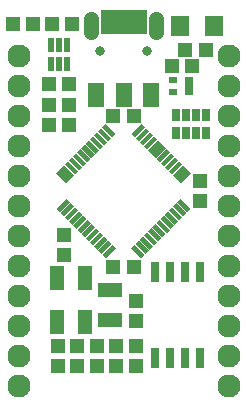
<source format=gbs>
G75*
G70*
%OFA0B0*%
%FSLAX24Y24*%
%IPPOS*%
%LPD*%
%AMOC8*
5,1,8,0,0,1.08239X$1,22.5*
%
%ADD10R,0.0513X0.0828*%
%ADD11R,0.0474X0.0513*%
%ADD12C,0.0316*%
%ADD13C,0.0513*%
%ADD14R,0.0159X0.0474*%
%ADD15R,0.0474X0.0159*%
%ADD16R,0.0513X0.0474*%
%ADD17R,0.0300X0.0670*%
%ADD18R,0.0198X0.0470*%
%ADD19R,0.0828X0.0513*%
%ADD20R,0.0580X0.0830*%
%ADD21R,0.1580X0.0830*%
%ADD22R,0.0316X0.0395*%
%ADD23R,0.0277X0.0395*%
%ADD24R,0.0631X0.0710*%
%ADD25C,0.0770*%
%ADD26R,0.0257X0.0198*%
D10*
X003040Y003877D03*
X003946Y003877D03*
X003946Y005333D03*
X003040Y005333D03*
D11*
X003243Y006120D03*
X003243Y006790D03*
X003427Y010455D03*
X003427Y011105D03*
X002758Y011105D03*
X002758Y010455D03*
X002858Y013805D03*
X002227Y013805D03*
X001558Y013805D03*
X003527Y013805D03*
X007793Y008590D03*
X007793Y007920D03*
X005643Y003090D03*
X005643Y002420D03*
X004993Y002420D03*
X004993Y003090D03*
X004343Y003090D03*
X004343Y002420D03*
X003693Y002420D03*
X003693Y003090D03*
X003043Y003090D03*
X003043Y002420D03*
D12*
X004475Y012928D03*
X006011Y012928D03*
D13*
X006335Y013538D02*
X006335Y013972D01*
X004150Y013972D02*
X004150Y013538D01*
D14*
G36*
X005841Y010496D02*
X005953Y010384D01*
X005619Y010050D01*
X005507Y010162D01*
X005841Y010496D01*
G37*
G36*
X005980Y010357D02*
X006092Y010245D01*
X005758Y009911D01*
X005646Y010023D01*
X005980Y010357D01*
G37*
G36*
X006119Y010218D02*
X006231Y010106D01*
X005897Y009772D01*
X005785Y009884D01*
X006119Y010218D01*
G37*
G36*
X006259Y010079D02*
X006371Y009967D01*
X006037Y009633D01*
X005925Y009745D01*
X006259Y010079D01*
G37*
G36*
X006398Y009940D02*
X006510Y009828D01*
X006176Y009494D01*
X006064Y009606D01*
X006398Y009940D01*
G37*
G36*
X006537Y009800D02*
X006649Y009688D01*
X006315Y009354D01*
X006203Y009466D01*
X006537Y009800D01*
G37*
G36*
X006676Y009661D02*
X006788Y009549D01*
X006454Y009215D01*
X006342Y009327D01*
X006676Y009661D01*
G37*
G36*
X006815Y009522D02*
X006927Y009410D01*
X006593Y009076D01*
X006481Y009188D01*
X006815Y009522D01*
G37*
G36*
X006955Y009383D02*
X007067Y009271D01*
X006733Y008937D01*
X006621Y009049D01*
X006955Y009383D01*
G37*
G36*
X007094Y009244D02*
X007206Y009132D01*
X006872Y008798D01*
X006760Y008910D01*
X007094Y009244D01*
G37*
G36*
X007233Y009104D02*
X007345Y008992D01*
X007011Y008658D01*
X006899Y008770D01*
X007233Y009104D01*
G37*
G36*
X007372Y008965D02*
X007484Y008853D01*
X007150Y008519D01*
X007038Y008631D01*
X007372Y008965D01*
G37*
G36*
X004867Y006460D02*
X004979Y006348D01*
X004645Y006014D01*
X004533Y006126D01*
X004867Y006460D01*
G37*
G36*
X004727Y006599D02*
X004839Y006487D01*
X004505Y006153D01*
X004393Y006265D01*
X004727Y006599D01*
G37*
G36*
X004588Y006738D02*
X004700Y006626D01*
X004366Y006292D01*
X004254Y006404D01*
X004588Y006738D01*
G37*
G36*
X004449Y006877D02*
X004561Y006765D01*
X004227Y006431D01*
X004115Y006543D01*
X004449Y006877D01*
G37*
G36*
X004310Y007016D02*
X004422Y006904D01*
X004088Y006570D01*
X003976Y006682D01*
X004310Y007016D01*
G37*
G36*
X004171Y007156D02*
X004283Y007044D01*
X003949Y006710D01*
X003837Y006822D01*
X004171Y007156D01*
G37*
G36*
X004031Y007295D02*
X004143Y007183D01*
X003809Y006849D01*
X003697Y006961D01*
X004031Y007295D01*
G37*
G36*
X003892Y007434D02*
X004004Y007322D01*
X003670Y006988D01*
X003558Y007100D01*
X003892Y007434D01*
G37*
G36*
X003753Y007573D02*
X003865Y007461D01*
X003531Y007127D01*
X003419Y007239D01*
X003753Y007573D01*
G37*
G36*
X003614Y007712D02*
X003726Y007600D01*
X003392Y007266D01*
X003280Y007378D01*
X003614Y007712D01*
G37*
G36*
X003475Y007852D02*
X003587Y007740D01*
X003253Y007406D01*
X003141Y007518D01*
X003475Y007852D01*
G37*
G36*
X003335Y007991D02*
X003447Y007879D01*
X003113Y007545D01*
X003001Y007657D01*
X003335Y007991D01*
G37*
D15*
G36*
X003113Y008965D02*
X003447Y008631D01*
X003335Y008519D01*
X003001Y008853D01*
X003113Y008965D01*
G37*
G36*
X003253Y009104D02*
X003587Y008770D01*
X003475Y008658D01*
X003141Y008992D01*
X003253Y009104D01*
G37*
G36*
X003392Y009244D02*
X003726Y008910D01*
X003614Y008798D01*
X003280Y009132D01*
X003392Y009244D01*
G37*
G36*
X003531Y009383D02*
X003865Y009049D01*
X003753Y008937D01*
X003419Y009271D01*
X003531Y009383D01*
G37*
G36*
X003670Y009522D02*
X004004Y009188D01*
X003892Y009076D01*
X003558Y009410D01*
X003670Y009522D01*
G37*
G36*
X003809Y009661D02*
X004143Y009327D01*
X004031Y009215D01*
X003697Y009549D01*
X003809Y009661D01*
G37*
G36*
X003949Y009800D02*
X004283Y009466D01*
X004171Y009354D01*
X003837Y009688D01*
X003949Y009800D01*
G37*
G36*
X004088Y009940D02*
X004422Y009606D01*
X004310Y009494D01*
X003976Y009828D01*
X004088Y009940D01*
G37*
G36*
X004227Y010079D02*
X004561Y009745D01*
X004449Y009633D01*
X004115Y009967D01*
X004227Y010079D01*
G37*
G36*
X004366Y010218D02*
X004700Y009884D01*
X004588Y009772D01*
X004254Y010106D01*
X004366Y010218D01*
G37*
G36*
X004505Y010357D02*
X004839Y010023D01*
X004727Y009911D01*
X004393Y010245D01*
X004505Y010357D01*
G37*
G36*
X004645Y010496D02*
X004979Y010162D01*
X004867Y010050D01*
X004533Y010384D01*
X004645Y010496D01*
G37*
G36*
X006593Y007434D02*
X006927Y007100D01*
X006815Y006988D01*
X006481Y007322D01*
X006593Y007434D01*
G37*
G36*
X006454Y007295D02*
X006788Y006961D01*
X006676Y006849D01*
X006342Y007183D01*
X006454Y007295D01*
G37*
G36*
X006315Y007156D02*
X006649Y006822D01*
X006537Y006710D01*
X006203Y007044D01*
X006315Y007156D01*
G37*
G36*
X006176Y007016D02*
X006510Y006682D01*
X006398Y006570D01*
X006064Y006904D01*
X006176Y007016D01*
G37*
G36*
X006037Y006877D02*
X006371Y006543D01*
X006259Y006431D01*
X005925Y006765D01*
X006037Y006877D01*
G37*
G36*
X005897Y006738D02*
X006231Y006404D01*
X006119Y006292D01*
X005785Y006626D01*
X005897Y006738D01*
G37*
G36*
X005758Y006599D02*
X006092Y006265D01*
X005980Y006153D01*
X005646Y006487D01*
X005758Y006599D01*
G37*
G36*
X005619Y006460D02*
X005953Y006126D01*
X005841Y006014D01*
X005507Y006348D01*
X005619Y006460D01*
G37*
G36*
X006733Y007573D02*
X007067Y007239D01*
X006955Y007127D01*
X006621Y007461D01*
X006733Y007573D01*
G37*
G36*
X006872Y007712D02*
X007206Y007378D01*
X007094Y007266D01*
X006760Y007600D01*
X006872Y007712D01*
G37*
G36*
X007011Y007852D02*
X007345Y007518D01*
X007233Y007406D01*
X006899Y007740D01*
X007011Y007852D01*
G37*
G36*
X007150Y007991D02*
X007484Y007657D01*
X007372Y007545D01*
X007038Y007879D01*
X007150Y007991D01*
G37*
D16*
X005577Y005705D03*
X004908Y005705D03*
X005643Y004590D03*
X005643Y003920D03*
X005577Y010735D03*
X004908Y010735D03*
X003427Y011805D03*
X002758Y011805D03*
X006858Y012425D03*
X007308Y012955D03*
X007527Y012425D03*
X007977Y012955D03*
D17*
X007793Y005545D03*
X007293Y005545D03*
X006793Y005545D03*
X006293Y005545D03*
X006293Y002665D03*
X006793Y002665D03*
X007293Y002665D03*
X007793Y002665D03*
D18*
X003349Y012490D03*
X003093Y012490D03*
X002837Y012490D03*
X002837Y013124D03*
X003093Y013124D03*
X003349Y013124D03*
D19*
X004793Y004947D03*
X004793Y003963D03*
D20*
X005243Y011435D03*
X006153Y011435D03*
X004333Y011435D03*
D21*
X005243Y013875D03*
D22*
X006991Y010780D03*
X006991Y010190D03*
X007995Y010190D03*
X007995Y010780D03*
D23*
X007650Y010780D03*
X007335Y010780D03*
X007335Y010190D03*
X007650Y010190D03*
D24*
X007142Y013755D03*
X008244Y013755D03*
D25*
X001743Y001755D03*
X001743Y002755D03*
X001743Y003755D03*
X001743Y004755D03*
X001743Y005755D03*
X001743Y006755D03*
X001743Y007755D03*
X001743Y008755D03*
X001743Y009755D03*
X001743Y010755D03*
X001743Y011755D03*
X001743Y012755D03*
X008743Y012755D03*
X008743Y011755D03*
X008743Y010755D03*
X008743Y009755D03*
X008743Y008755D03*
X008743Y007755D03*
X008743Y006755D03*
X008743Y005755D03*
X008743Y004755D03*
X008743Y003755D03*
X008743Y002755D03*
X008743Y001755D03*
D26*
X007413Y011558D03*
X007413Y011755D03*
X007413Y011952D03*
X006881Y011952D03*
X006881Y011558D03*
M02*

</source>
